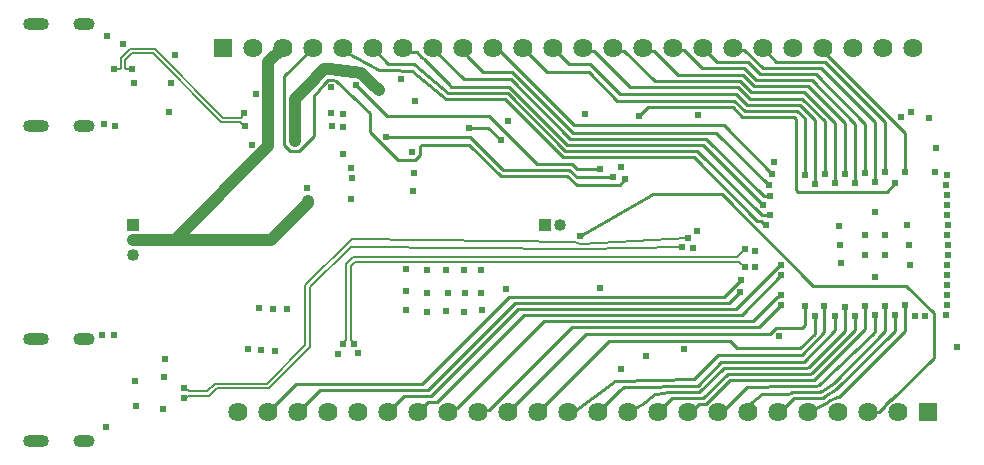
<source format=gbl>
G04*
G04 #@! TF.GenerationSoftware,Altium Limited,Altium Designer,24.5.2 (23)*
G04*
G04 Layer_Physical_Order=4*
G04 Layer_Color=16711680*
%FSLAX25Y25*%
%MOIN*%
G70*
G04*
G04 #@! TF.SameCoordinates,F3A3955B-CDAA-4A41-8258-469B26568034*
G04*
G04*
G04 #@! TF.FilePolarity,Positive*
G04*
G01*
G75*
%ADD14C,0.01000*%
G04:AMPARAMS|DCode=55|XSize=39.37mil|YSize=86.61mil|CornerRadius=19.68mil|HoleSize=0mil|Usage=FLASHONLY|Rotation=270.000|XOffset=0mil|YOffset=0mil|HoleType=Round|Shape=RoundedRectangle|*
%AMROUNDEDRECTD55*
21,1,0.03937,0.04724,0,0,270.0*
21,1,0.00000,0.08661,0,0,270.0*
1,1,0.03937,-0.02362,0.00000*
1,1,0.03937,-0.02362,0.00000*
1,1,0.03937,0.02362,0.00000*
1,1,0.03937,0.02362,0.00000*
%
%ADD55ROUNDEDRECTD55*%
G04:AMPARAMS|DCode=56|XSize=39.37mil|YSize=70.87mil|CornerRadius=19.68mil|HoleSize=0mil|Usage=FLASHONLY|Rotation=270.000|XOffset=0mil|YOffset=0mil|HoleType=Round|Shape=RoundedRectangle|*
%AMROUNDEDRECTD56*
21,1,0.03937,0.03150,0,0,270.0*
21,1,0.00000,0.07087,0,0,270.0*
1,1,0.03937,-0.01575,0.00000*
1,1,0.03937,-0.01575,0.00000*
1,1,0.03937,0.01575,0.00000*
1,1,0.03937,0.01575,0.00000*
%
%ADD56ROUNDEDRECTD56*%
%ADD59C,0.00602*%
%ADD62C,0.02000*%
%ADD66C,0.00603*%
%ADD67C,0.04000*%
%ADD68C,0.06400*%
%ADD69R,0.06400X0.06400*%
%ADD70R,0.04000X0.04000*%
%ADD71C,0.04000*%
%ADD72R,0.04000X0.04000*%
%ADD73C,0.02400*%
D14*
X277748Y20029D02*
G03*
X274715Y18786I968J-6683D01*
G01*
X252572Y21000D02*
G03*
X247779Y17224I18861J-28871D01*
G01*
X207500Y15000D02*
G03*
X216959Y21127I-9603J25192D01*
G01*
X295409Y19209D02*
G03*
X293290Y17090I2090J-4210D01*
G01*
X138817Y133580D02*
G03*
X139580Y132817I3683J2920D01*
G01*
X173000Y47500D02*
X245600D01*
X141000Y18500D02*
X144000D01*
X173000Y47500D01*
X150573Y16573D02*
X179500Y45500D01*
X150535Y16573D02*
X150573D01*
X179500Y45500D02*
X249482D01*
X148961Y15000D02*
X150535Y16573D01*
X147500Y15000D02*
X148961D01*
X157500D02*
X158323Y15823D01*
X161323D01*
X189000Y43500D01*
X251300D01*
X105000Y22500D02*
X141000D01*
X128300Y15800D02*
X133000Y20500D01*
X141828D02*
X170828Y49500D01*
X137500Y15000D02*
X141000Y18500D01*
X98600Y16100D02*
X105000Y22500D01*
X133000Y20500D02*
X141828D01*
X141000Y22500D02*
X170000Y51500D01*
X137500Y15000D02*
X137500D01*
X170828Y49500D02*
X243782D01*
X170000Y51500D02*
X241400D01*
X97100Y24600D02*
X139118D01*
X168018Y53500D01*
X239582D01*
X211700Y114200D02*
X214200Y116700D01*
X242500D01*
X245700Y113500D01*
X190550Y93500D02*
X202800D01*
X188978Y97900D02*
X190578Y96300D01*
X198300D01*
X188150Y95900D02*
X190550Y93500D01*
X161100Y109900D02*
X165200Y105800D01*
X127200Y113900D02*
X161300D01*
X177300Y97900D02*
X188978D01*
X154500Y109900D02*
X161100D01*
X161300Y113900D02*
X177300Y97900D01*
X106200Y124453D02*
X107547Y125800D01*
X109453D02*
X110342Y125427D01*
X107547Y125800D02*
X109453D01*
X103148Y120182D02*
X103148Y120587D01*
X103148Y107299D02*
Y120182D01*
X103148Y120587D02*
X106200Y124453D01*
X110342Y125427D02*
X121500Y114901D01*
Y108582D02*
X122400Y107682D01*
X121500Y108582D02*
Y114901D01*
X122400Y107682D02*
X130882Y99200D01*
X272257Y22088D02*
X276170Y24770D01*
X273441Y20444D02*
X276999Y22770D01*
X273155Y20262D02*
X273441Y20444D01*
X271006Y21900D02*
X271683Y21911D01*
X272519Y19905D02*
X273155Y20262D01*
X296700Y42158D02*
Y47500D01*
X272049Y21985D02*
X272257Y22088D01*
X271499Y19800D02*
X272519Y19905D01*
X270350Y23907D02*
X271325Y23985D01*
X296114Y41572D02*
X296700Y42158D01*
X276170Y24770D02*
X293400Y42000D01*
X271325Y23985D02*
X289514Y41414D01*
X290100Y42000D01*
X300000Y42000D02*
Y50700D01*
X277748Y20029D02*
X278068Y20068D01*
X290100Y42000D02*
Y47400D01*
X278068Y20068D02*
X300000Y42000D01*
X271683Y21911D02*
X272049Y21985D01*
X276999Y22770D02*
X296114Y41572D01*
X293400Y42000D02*
Y50600D01*
X273663Y18012D02*
X274715Y18786D01*
X267500Y15000D02*
X273663Y18012D01*
X264917Y23800D02*
X270350Y23907D01*
X270663Y21900D02*
X271006D01*
X263000Y19800D02*
X271499D01*
X261023Y21000D02*
X261914Y21621D01*
X252572Y21000D02*
X261023D01*
X247020Y23058D02*
X247299Y23338D01*
X261805Y23800D02*
X264917D01*
X261914Y21621D02*
X262172Y21800D01*
X247299Y23338D02*
X261805Y23800D01*
X247500Y15000D02*
X247779Y17224D01*
X241584Y25731D02*
X260876Y25800D01*
X233553Y17700D02*
X241291Y25438D01*
X241584Y25731D01*
X239264Y15303D02*
X247020Y23058D01*
X260876Y25800D02*
X260976D01*
X267014Y29900D02*
X267993Y30193D01*
X239501Y29800D02*
X240096Y29900D01*
X239208Y29507D02*
X239501Y29800D01*
X240096Y29900D02*
X267014D01*
X268172Y30371D02*
X279900Y42100D01*
X240925Y27900D02*
X268528D01*
X231694Y21993D02*
X239208Y29507D01*
X268528Y27900D02*
X268777Y28062D01*
X232725Y19700D02*
X240925Y27900D01*
X268777Y28062D02*
X268979Y28193D01*
X267993Y30193D02*
X268172Y30371D01*
X231401Y21700D02*
X231694Y21993D01*
X206323Y23444D02*
X230829Y23956D01*
X238773Y31900D01*
X221372Y21700D02*
X231401Y21700D01*
X216959Y21127D02*
X221372Y21700D01*
X205000Y22500D02*
X206071Y23265D01*
X206323Y23444D01*
X198200Y15700D02*
X205000Y22500D01*
X198200Y14900D02*
Y15700D01*
X203460Y25429D02*
X203774Y25435D01*
X229593Y25993D01*
X237600Y34000D01*
X263257D01*
X188932Y14839D02*
X203460Y25429D01*
X238773Y31900D02*
X266185D01*
X263257Y34000D02*
X265650Y34193D01*
X188528Y14839D02*
X188932D01*
X187500Y15000D02*
X188528Y14839D01*
X178300Y15800D02*
X201400Y38900D01*
X241650D01*
X244050Y36500D02*
X265128D01*
X269900Y41272D01*
X241650Y38900D02*
X244050Y36500D01*
X168100Y15600D02*
X193718Y41218D01*
X254900D02*
X256882Y43200D01*
X193718Y41218D02*
X254900D01*
X249482Y45500D02*
X257482Y53500D01*
X245600Y47500D02*
X258800Y60700D01*
X241400Y51500D02*
X245000Y55100D01*
X239582Y53500D02*
X245182Y59100D01*
X243782Y49500D02*
X257682Y63400D01*
X251300Y43500D02*
X258600Y50800D01*
X265614Y43200D02*
X266500Y44086D01*
Y50500D01*
X256882Y43200D02*
X265614D01*
X266185Y31900D02*
X276600Y42315D01*
X269515Y25900D02*
X286500Y42885D01*
X264089Y25800D02*
X269515Y25900D01*
X265746Y21800D02*
X270654Y21900D01*
X262172Y21800D02*
X265746D01*
X260976Y25800D02*
X264089D01*
X268979Y28193D02*
X283200Y42414D01*
X270654Y21900D02*
X270663Y21900D01*
X265650Y34193D02*
X273100Y41643D01*
X259000Y14800D02*
Y15800D01*
X263000Y19800D01*
X269900Y41272D02*
Y47300D01*
X124721Y129173D02*
X128002D01*
X135779Y128965D02*
X146894Y119600D01*
X128002Y129173D02*
X135779Y128965D01*
X122500Y136500D02*
X127800Y131200D01*
X135963D02*
X136328Y131200D01*
X127800Y131200D02*
X135963D01*
X112751Y135678D02*
X113033Y135396D01*
X112500Y136500D02*
X112751Y135678D01*
X113033Y135396D02*
X124721Y129173D01*
X117100Y124000D02*
Y124200D01*
Y124000D02*
X127200Y113900D01*
X99200Y103350D02*
X103148Y107299D01*
X93000Y104150D02*
X95050Y102100D01*
X93000Y127000D02*
X102500Y136500D01*
X97950Y102100D02*
X99200Y103350D01*
X93000Y104150D02*
Y127000D01*
X95050Y102100D02*
X97950D01*
X216149Y87700D02*
X239018D01*
X191700Y73700D02*
X216149Y87700D01*
X127000Y106900D02*
X154900D01*
X165900Y95900D01*
X154772Y104200D02*
X165172Y93800D01*
X138786Y104200D02*
X154772D01*
X165900Y95900D02*
X188150D01*
X165172Y93800D02*
X187422D01*
X231447Y17700D02*
X233553D01*
X222200Y19700D02*
X232725D01*
X228747Y15000D02*
X231447Y17700D01*
X227500Y15000D02*
X228747D01*
X136618Y99200D02*
X138200Y100782D01*
Y103614D02*
X138786Y104200D01*
X130882Y99200D02*
X136618D01*
X138200Y100782D02*
Y103614D01*
X252021Y78800D02*
X253321Y77500D01*
X229547Y100000D02*
X250747Y78800D01*
X186015Y100000D02*
X229547D01*
X239018Y87700D02*
X269418Y57300D01*
X250747Y78800D02*
X252021D01*
X253321Y77500D02*
X253700D01*
X187422Y93800D02*
X190522Y90700D01*
X204900D02*
X205100Y90900D01*
X205000D02*
X205100D01*
X190522Y90700D02*
X204900D01*
X205000Y90900D02*
X206800Y92700D01*
X88000Y15500D02*
X97100Y24600D01*
X245182Y59100D02*
X245200D01*
X309500Y33300D02*
Y48118D01*
X295409Y19209D02*
X309500Y33300D01*
X287500Y15000D02*
X291200D01*
X293290Y17090D01*
X269418Y57300D02*
X300318D01*
X309500Y48118D01*
X286500Y42885D02*
Y50400D01*
X283200Y42414D02*
Y47200D01*
X279900Y42100D02*
Y50300D01*
X273100Y41643D02*
Y50400D01*
X276600Y42315D02*
Y47100D01*
X252182Y80800D02*
X255100D01*
X230682Y102300D02*
X252182Y80800D01*
X187372Y104300D02*
X232500D01*
X189300Y108300D02*
X237000D01*
X186543Y102300D02*
X230682D01*
X188200Y106300D02*
X233700D01*
X189661Y110800D02*
X239500D01*
X168500Y126000D02*
X188200Y106300D01*
X167536Y121307D02*
X186543Y102300D01*
X163961Y136500D02*
X189661Y110800D01*
X169000Y128600D02*
X189300Y108300D01*
X168072Y123600D02*
X187372Y104300D01*
X148043Y121600D02*
X167243D01*
X136608Y130964D02*
X147702Y121600D01*
X148043Y121600D01*
X146894Y119600D02*
X166415D01*
X147937Y124463D02*
X148800Y123600D01*
X136328Y131200D02*
X136608Y130964D01*
X148800Y123600D02*
X168072D01*
X139580Y132817D02*
X147937Y124463D01*
X166708Y119307D02*
X186015Y100000D01*
X159174Y128600D02*
X169000D01*
X237000Y108300D02*
X254500Y90800D01*
X233700Y106300D02*
X252900Y87100D01*
X232500Y104300D02*
X252600Y84200D01*
X154000Y133774D02*
X159174Y128600D01*
X239500Y110800D02*
X255700Y94600D01*
X167243Y121600D02*
X167536Y121307D01*
X166415Y119600D02*
X166708Y119307D01*
X153000Y126000D02*
X168500D01*
X154000Y133774D02*
Y136600D01*
X143800Y135200D02*
Y135300D01*
Y135200D02*
X153000Y126000D01*
X135385Y135077D02*
X137321D01*
X138817Y133580D01*
X133961Y136500D02*
X135385Y135077D01*
X132500Y136500D02*
X133961D01*
X162500D02*
X163961D01*
X194500Y128400D02*
X204000Y118900D01*
X196223Y135577D02*
X208400Y123400D01*
X195100Y131000D02*
X204900Y121200D01*
X208400Y123400D02*
X244285D01*
X204900Y121200D02*
X243657D01*
X204000Y118900D02*
X243128D01*
X188000Y131000D02*
X195100D01*
X180600Y128400D02*
X194500D01*
X252900Y87100D02*
X255100D01*
X172500Y136500D02*
X180600Y128400D01*
X184200Y134800D02*
X188000Y131000D01*
X246371Y129800D02*
X250470Y125700D01*
X248814Y121700D02*
X266428D01*
X245842Y127500D02*
X249642Y123700D01*
X267700D01*
X245700Y113500D02*
X263114D01*
X248185Y119500D02*
X265799D01*
X245014Y125500D02*
X248814Y121700D01*
X243657Y121200D02*
X247357Y117500D01*
X251700Y127700D02*
X270200D01*
X247357Y117500D02*
X264971D01*
X246528Y115500D02*
X264143D01*
X250470Y125700D02*
X269000D01*
X252600Y129700D02*
X272000D01*
X244285Y123400D02*
X248185Y119500D01*
X246473Y135827D02*
X252600Y129700D01*
X247600Y131800D02*
X251700Y127700D01*
X243128Y118900D02*
X246528Y115500D01*
X300000Y95000D02*
Y108100D01*
X272500Y135600D02*
Y136500D01*
Y135600D02*
X300000Y108100D01*
X279900Y94600D02*
Y111500D01*
X267700Y123700D02*
X279900Y111500D01*
X283400Y91500D02*
Y111300D01*
X269000Y125700D02*
X283400Y111300D01*
X265799Y119500D02*
X273200Y112100D01*
Y94500D02*
Y112100D01*
X266600Y94300D02*
Y113043D01*
X264971Y117500D02*
X269900Y112571D01*
X276600Y91400D02*
Y111528D01*
X264143Y115500D02*
X266600Y113043D01*
X269900Y91300D02*
Y112571D01*
X266428Y121700D02*
X276600Y111528D01*
X263114Y113500D02*
X263700Y112914D01*
Y89186D02*
Y112914D01*
X286700Y94700D02*
Y111200D01*
X270200Y127700D02*
X286700Y111200D01*
X263700Y89186D02*
X264286Y88600D01*
X293900D01*
X290000Y91800D02*
Y111700D01*
X272000Y129700D02*
X290000Y111700D01*
X260553Y131800D02*
X273200D01*
X293300Y95000D02*
Y111700D01*
X273200Y131800D02*
X293300Y111700D01*
X232300Y129800D02*
X246371D01*
X216725Y125500D02*
X245014D01*
X224400Y127500D02*
X245842D01*
X243173Y135827D02*
X246473D01*
X253500Y135500D02*
X257100Y131900D01*
X260453D01*
X260553Y131800D01*
X252500Y135500D02*
X253500D01*
X242500Y136500D02*
X243173Y135827D01*
X237200Y131800D02*
X247600D01*
X293900Y88600D02*
X296700Y91400D01*
X234264Y134736D02*
X237200Y131800D01*
X226373Y135727D02*
X232300Y129800D01*
X234236Y134736D02*
X234264D01*
X193423Y135577D02*
X196223D01*
X192500Y136500D02*
X193423Y135577D01*
X202500Y136500D02*
X203373Y135627D01*
X212700Y135500D02*
X216400D01*
X203373Y135627D02*
X206404D01*
X216725Y125500D01*
X216400Y135500D02*
X224400Y127500D01*
X222500Y136500D02*
X223273Y135727D01*
X226373D01*
X184200Y134800D02*
Y137000D01*
X98600Y14900D02*
Y16100D01*
X128300Y15600D02*
Y15800D01*
X257721Y63400D02*
X258421Y64100D01*
X257682Y63400D02*
X257721D01*
X258421Y64100D02*
X258800D01*
X257521Y53500D02*
X258221Y54200D01*
X257482Y53500D02*
X257521D01*
X258221Y54200D02*
X258600D01*
X178300Y15600D02*
Y15800D01*
X167100Y15600D02*
X168100D01*
X217500Y15000D02*
X222200Y19700D01*
X233400Y135600D02*
Y137100D01*
D55*
X10472Y39508D02*
D03*
Y5492D02*
D03*
Y144508D02*
D03*
Y110492D02*
D03*
D56*
X26221Y39508D02*
D03*
Y5492D02*
D03*
Y144508D02*
D03*
Y110492D02*
D03*
D59*
X191800Y71201D02*
G03*
X191832Y71202I-100J2499D01*
G01*
X191673Y69597D02*
G03*
X191751Y69597I27J4103D01*
G01*
X190196Y71702D02*
G03*
X191800Y71201I1504J1998D01*
G01*
X191751Y69597D02*
X192171Y69598D01*
X225600Y70100D01*
X191832Y71202D02*
X227800Y73100D01*
X101600Y56686D02*
X114838Y69924D01*
X115014Y70100D02*
X115513D01*
X191673Y69597D01*
X114838Y69924D02*
X115014Y70100D01*
X116071Y72924D02*
X190196Y71702D01*
X99998Y57349D02*
X115572Y72924D01*
X116071D01*
X99998Y37312D02*
Y57349D01*
X101600Y36649D02*
Y56686D01*
X60798Y20244D02*
X60952Y20398D01*
X68012D02*
X70612Y22998D01*
X60044Y20244D02*
X60798D01*
X67349Y22000D02*
X69949Y24600D01*
X59987Y23300D02*
X61286Y22000D01*
X67349D01*
X60952Y20398D02*
X68012D01*
X59700Y19900D02*
X60044Y20244D01*
X59500Y23300D02*
X59987D01*
X70612Y22998D02*
X87949D01*
X69949Y24600D02*
X87286D01*
X87949Y22998D02*
X101600Y36649D01*
X87286Y24600D02*
X99998Y37312D01*
X115935Y66901D02*
X243901D01*
X116599Y65299D02*
X244801D01*
X115202Y63902D02*
X116599Y65299D01*
X244801D02*
X246500Y63600D01*
X243901Y66901D02*
X246600Y69600D01*
X113600Y64566D02*
X115935Y66901D01*
X113600Y39054D02*
Y64566D01*
X115202Y39052D02*
X116200Y38054D01*
X112600D02*
X113600Y39054D01*
X116200Y37800D02*
Y38054D01*
X115202Y39052D02*
Y63902D01*
X112600Y37700D02*
Y38054D01*
D62*
X42500Y72500D02*
X42883Y72117D01*
D66*
X49881Y136103D02*
X72723Y113261D01*
X78416Y111858D02*
X79774Y110500D01*
X41670Y136103D02*
X49881D01*
X72142Y111858D02*
X78416D01*
X72723Y113261D02*
X78681D01*
X49300Y134700D02*
X72142Y111858D01*
X78681Y113261D02*
X79800Y114380D01*
Y114800D01*
X79774Y110500D02*
X79900D01*
X42252Y134700D02*
X49300D01*
X38649Y129853D02*
Y133081D01*
X40051Y129853D02*
Y132500D01*
X42252Y134700D01*
X38649Y133081D02*
X41670Y136103D01*
X36500Y129500D02*
X38295D01*
X38649Y129853D01*
X42200Y129500D02*
X42300Y129400D01*
X36400Y129600D02*
X36500Y129500D01*
X40405D02*
X42200D01*
X40051Y129853D02*
X40405Y129500D01*
D67*
X106473Y129373D02*
X108339D01*
X102896Y125796D02*
X102899Y125800D01*
X118674Y128000D02*
X121002Y125800D01*
X122400Y124479D01*
X99200Y122100D02*
X102896Y125796D01*
X102899Y125800D02*
X104047Y127250D01*
X122400Y124479D02*
X124600Y122400D01*
X106098Y129300D02*
X106473Y129373D01*
X108339D02*
X110902Y129300D01*
X118674Y128000D01*
X104047Y127250D02*
X106098Y129300D01*
X101000Y84700D02*
Y85500D01*
X88800Y72500D02*
X101000Y84700D01*
X96500Y119400D02*
X99200Y122100D01*
X96500Y105600D02*
Y119400D01*
X56640Y72500D02*
X87800Y103660D01*
Y131800D02*
X92500Y136500D01*
X87800Y103660D02*
Y131800D01*
X56640Y72500D02*
X88800D01*
X42500D02*
X56640D01*
D68*
X302500Y136500D02*
D03*
X292500D02*
D03*
X282500D02*
D03*
X272500D02*
D03*
X262500D02*
D03*
X252500D02*
D03*
X242500D02*
D03*
X232500D02*
D03*
X222500D02*
D03*
X212500D02*
D03*
X202500D02*
D03*
X192500D02*
D03*
X182500D02*
D03*
X172500D02*
D03*
X162500D02*
D03*
X152500D02*
D03*
X142500D02*
D03*
X132500D02*
D03*
X122500D02*
D03*
X112500D02*
D03*
X102500D02*
D03*
X92500D02*
D03*
X82500D02*
D03*
X297500Y15000D02*
D03*
X287500D02*
D03*
X277500D02*
D03*
X267500D02*
D03*
X257500D02*
D03*
X247500D02*
D03*
X237500D02*
D03*
X227500D02*
D03*
X217500D02*
D03*
X207500D02*
D03*
X197500D02*
D03*
X187500D02*
D03*
X177500D02*
D03*
X167500D02*
D03*
X157500D02*
D03*
X147500D02*
D03*
X137500D02*
D03*
X127500D02*
D03*
X117500D02*
D03*
X107500D02*
D03*
X97500D02*
D03*
X87500D02*
D03*
X77500D02*
D03*
D69*
X72500Y136500D02*
D03*
X307500Y15000D02*
D03*
D70*
X42500Y77500D02*
D03*
D71*
Y72500D02*
D03*
X185000Y77500D02*
D03*
X42500Y67500D02*
D03*
D72*
X180000Y77500D02*
D03*
D73*
X314000Y80900D02*
D03*
X313900Y50800D02*
D03*
X314000Y54100D02*
D03*
Y60800D02*
D03*
Y74300D02*
D03*
X314100Y64200D02*
D03*
X313800Y90800D02*
D03*
X313900Y84300D02*
D03*
X314400Y70900D02*
D03*
X313900Y57400D02*
D03*
X314300Y67600D02*
D03*
X314000Y87500D02*
D03*
X314300Y77500D02*
D03*
X258600Y50800D02*
D03*
Y54200D02*
D03*
X258800Y60700D02*
D03*
Y64100D02*
D03*
X255100Y80800D02*
D03*
X246500Y63600D02*
D03*
X246600Y69600D02*
D03*
X225600Y70100D02*
D03*
X227800Y73100D02*
D03*
X266500Y50500D02*
D03*
X269900Y47300D02*
D03*
X276600Y47100D02*
D03*
X283200Y47200D02*
D03*
X290100Y47400D02*
D03*
X306800Y47000D02*
D03*
X303300Y47100D02*
D03*
X52800Y16000D02*
D03*
X59500Y23300D02*
D03*
X59700Y19900D02*
D03*
X116200Y37800D02*
D03*
X112600Y37700D02*
D03*
X293300Y95000D02*
D03*
X286700Y94700D02*
D03*
X279900Y94600D02*
D03*
X273200Y94500D02*
D03*
X266600Y94300D02*
D03*
X255100Y87100D02*
D03*
X231000Y114000D02*
D03*
X198300Y96300D02*
D03*
X165200Y105800D02*
D03*
X108500Y123500D02*
D03*
X112500Y101000D02*
D03*
X115500Y93000D02*
D03*
X101000Y85500D02*
D03*
X258000Y40500D02*
D03*
X132000Y126000D02*
D03*
X302000Y115000D02*
D03*
X54700D02*
D03*
X36500Y110500D02*
D03*
X124600Y122400D02*
D03*
X117100Y124200D02*
D03*
X108700Y114700D02*
D03*
X109000Y110600D02*
D03*
X112500Y110300D02*
D03*
Y114600D02*
D03*
X191700Y73700D02*
D03*
X154500Y109900D02*
D03*
X205300Y29400D02*
D03*
X226399Y36200D02*
D03*
X96500Y105600D02*
D03*
X34000Y140400D02*
D03*
X33100Y111000D02*
D03*
X55200Y124900D02*
D03*
X56700Y134200D02*
D03*
X39200Y137700D02*
D03*
X42900Y124900D02*
D03*
X36400Y129600D02*
D03*
X42300Y129400D02*
D03*
X79800Y114800D02*
D03*
X79900Y110500D02*
D03*
X229400Y69900D02*
D03*
X230500Y75600D02*
D03*
X43600Y17300D02*
D03*
X43300Y25500D02*
D03*
X250000Y68900D02*
D03*
X249900Y63500D02*
D03*
X117800Y34800D02*
D03*
X111000Y34400D02*
D03*
X245200Y59100D02*
D03*
X245000Y55100D02*
D03*
X36400Y40700D02*
D03*
X32400Y40900D02*
D03*
X53300Y32887D02*
D03*
X53150Y26850D02*
D03*
X33500Y10000D02*
D03*
X81000Y36100D02*
D03*
X85300Y35800D02*
D03*
X89900Y35500D02*
D03*
X84600Y49800D02*
D03*
X89300Y49500D02*
D03*
X94100D02*
D03*
X133800Y62700D02*
D03*
X140500Y62600D02*
D03*
X146900Y62400D02*
D03*
X153000D02*
D03*
X158800D02*
D03*
X133700Y55400D02*
D03*
X140800Y54900D02*
D03*
X147500Y54700D02*
D03*
X153400D02*
D03*
X158800Y54800D02*
D03*
X159000Y49000D02*
D03*
X153000Y48500D02*
D03*
X147000Y48800D02*
D03*
X140600Y48600D02*
D03*
X133700Y49000D02*
D03*
X166850Y56150D02*
D03*
X198200Y56600D02*
D03*
X317400Y36900D02*
D03*
X136500Y118800D02*
D03*
X127000Y106900D02*
D03*
X253700Y77500D02*
D03*
X206800Y92700D02*
D03*
X83500Y121300D02*
D03*
X82400Y104200D02*
D03*
X100500Y89700D02*
D03*
X115400Y86100D02*
D03*
Y96500D02*
D03*
X136000Y88828D02*
D03*
X136400Y94800D02*
D03*
X135500Y101900D02*
D03*
X202800Y93500D02*
D03*
X167800Y112200D02*
D03*
X193300Y114600D02*
D03*
X205300Y96700D02*
D03*
X252600Y84200D02*
D03*
X254500Y90800D02*
D03*
X255700Y94600D02*
D03*
X211400Y113900D02*
D03*
X213700Y33800D02*
D03*
X310100Y95000D02*
D03*
X307900Y113000D02*
D03*
X298800Y113600D02*
D03*
X310300Y103100D02*
D03*
X293200Y74100D02*
D03*
X286700D02*
D03*
Y67600D02*
D03*
X293200D02*
D03*
X300500Y77400D02*
D03*
X290100Y60000D02*
D03*
X301200Y70900D02*
D03*
X301600Y64200D02*
D03*
X290000Y81900D02*
D03*
X278500Y64700D02*
D03*
X278200Y70900D02*
D03*
X278100Y77300D02*
D03*
X313900Y94300D02*
D03*
X313800Y47400D02*
D03*
X256300Y98500D02*
D03*
X273100Y50400D02*
D03*
X296700Y91400D02*
D03*
Y47500D02*
D03*
X300000Y50700D02*
D03*
X293400Y50600D02*
D03*
X286500Y50400D02*
D03*
X279900Y50300D02*
D03*
X269900Y91300D02*
D03*
X276600Y91400D02*
D03*
X283400Y91500D02*
D03*
X290000Y91800D02*
D03*
X300000Y95000D02*
D03*
M02*

</source>
